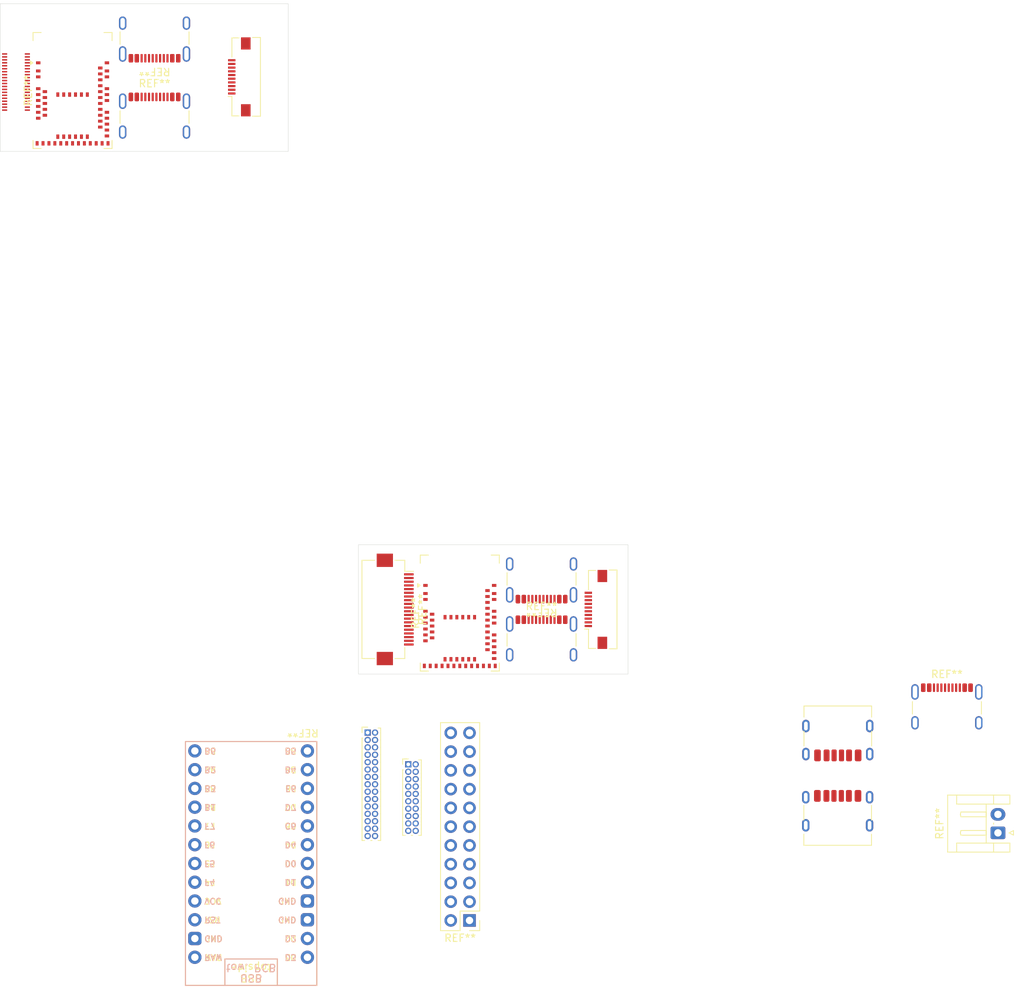
<source format=kicad_pcb>
(kicad_pcb (version 20241229) (generator "pcbnew") (generator_version "9.0")
  (title_block (title "phiboard board") (date "2026-01-17") (rev "1") (company "phiwan"))
  (layers (0 "F.Cu" signal) (2 "B.Cu" signal) (13 "F.Paste" user) (15 "B.Paste" user) (5 "F.SilkS" user "F.Silkscreen") (7 "B.SilkS" user "B.Silkscreen") (1 "F.Mask" user) (3 "B.Mask" user) (25 "Edge.Cuts" user))
  (net 0 "")
  (footprint "Connector_USB:USB_C_Receptacle_HRO_TYPE-C-31-M-17" (layer "F.Cu") (at 163.38 135.425)
    (property "Reference" "REF**" (hide yes))
    (property "Value" "USB_C_Receptacle_HRO_TYPE-C-31-M-17" (hide yes))
  )
  (footprint "Connector_USB:USB_C_Receptacle_GCT_USB4105-xx-A_16P_TopMnt_Horizontal" (layer "F.Cu") (at 178.17 121.275)
    (property "Reference" "REF**")
    (property "Value" "USB_C_Receptacle_GCT_USB4105-xx-A_16P_TopMnt_Horizontal" (hide yes))
  )
  (footprint "Connector_JST:JST_EH_S2B-EH_1x02_P2.50mm_Horizontal" (layer "F.Cu") (at 185.0825 137.25 90)
    (property "Reference" "REF**")
    (property "Value" "JST_EH_S2B-EH_1x02_P2.50mm_Horizontal")
  )
  (footprint "Connector_USB:USB_C_Receptacle_GCT_USB4105-xx-A_16P_TopMnt_Horizontal" (layer "F.Cu") (at 70.9 28.7 180)
    (property "Reference" "REF**")
    (property "Value" "USB_C_Receptacle_GCT_USB4105-xx-A_16P_TopMnt_Horizontal" (hide yes))
  )
  (footprint "Connector_FFC-FPC:Molex_54548-1071_1x10-1MP_P0.5mm_Horizontal" (layer "F.Cu") (at 130.65 107 90)
    (property "Reference" "REF**" (hide yes))
    (property "Value" "Molex_54548-1071_1x10-1MP_P0.5mm_Horizontal" (hide yes))
  )
  (footprint "RF_Module:Raytac_MDBT50Q" (layer "F.Cu") (at 112.225 107.5)
    (property "Reference" "REF**")
    (property "Value" "Raytac_MDBT50Q")
  )
  (footprint "Connector_USB:USB_C_Receptacle_GCT_USB4105-xx-A_16P_TopMnt_Horizontal" (layer "F.Cu") (at 123.295 112.075)
    (property "Reference" "REF**")
    (property "Value" "USB_C_Receptacle_GCT_USB4105-xx-A_16P_TopMnt_Horizontal" (hide yes))
  )
  (footprint "Connector_FFC-FPC:Molex_54548-1071_1x10-1MP_P0.5mm_Horizontal" (layer "F.Cu") (at 82.375 34.9 90)
    (property "Reference" "REF**" (hide yes))
    (property "Value" "Molex_54548-1071_1x10-1MP_P0.5mm_Horizontal" (hide yes))
  )
  (footprint "Connector_PinHeader_1.00mm:PinHeader_2x10_P1.00mm_Vertical" (layer "F.Cu") (at 105.25 127.975)
    (property "Reference" "REF**" (hide yes))
    (property "Value" "PinHeader_2x10_P1.00mm_Vertical" (hide yes))
  )
  (footprint "Connector_USB:USB_C_Receptacle_GCT_USB4105-xx-A_16P_TopMnt_Horizontal" (layer "F.Cu") (at 70.9 41.3)
    (property "Reference" "REF**")
    (property "Value" "USB_C_Receptacle_GCT_USB4105-xx-A_16P_TopMnt_Horizontal" (hide yes))
  )
  (footprint "Connector_PinHeader_1.00mm:PinHeader_2x15_P1.00mm_Vertical" (layer "F.Cu") (at 99.75 123.675)
    (property "Reference" "REF**" (hide yes))
    (property "Value" "PinHeader_2x15_P1.00mm_Vertical" (hide yes))
  )
  (footprint "PCM_marbastlib-xp-promicroish:ProMicro_Reversible_Single" (layer "F.Cu") (at 83.975 140.125 180)
    (property "Reference" "REF**")
    (property "Value" "ProMicro_Reversible_Single")
  )
  (footprint "Connector_FFC-FPC:Hirose_FH12-20S-0.5SH_1x20-1MP_P0.50mm_Horizontal" (layer "F.Cu") (at 103.475 107 -90)
    (property "Reference" "REF**")
    (property "Value" "Hirose_FH12-20S-0.5SH_1x20-1MP_P0.50mm_Horizontal" (hide yes))
  )
  (footprint "Connector_USB:USB_C_Receptacle_HRO_TYPE-C-31-M-17" (layer "F.Cu") (at 163.4 123.585 180)
    (property "Reference" "REF**" (hide yes))
    (property "Value" "USB_C_Receptacle_HRO_TYPE-C-31-M-17" (hide yes))
  )
  (footprint "Connector_USB:USB_C_Receptacle_GCT_USB4105-xx-A_16P_TopMnt_Horizontal" (layer "F.Cu") (at 123.295 101.925 180)
    (property "Reference" "REF**")
    (property "Value" "USB_C_Receptacle_GCT_USB4105-xx-A_16P_TopMnt_Horizontal" (hide yes))
  )
  (footprint "phiboard:DF40C-40DS-0.4V" (layer "F.Cu") (at 52.1 35.6 90)
    (property "Reference" "REF**" (hide yes))
    (property "Value" "DF40C-40DS-0.4V" (hide yes))
  )
  (footprint "RF_Module:Raytac_MDBT50Q" (layer "F.Cu") (at 59.8 36.75)
    (property "Reference" "REF**")
    (property "Value" "Raytac_MDBT50Q")
  )
  (footprint "Connector_PinHeader_2.54mm:PinHeader_2x11_P2.54mm_Vertical" (layer "F.Cu") (at 113.54 149.11 180)
    (property "Reference" "REF**")
    (property "Value" "PinHeader_2x11_P2.54mm_Vertical")
  )
  (gr_rect (start 98.5 98.25) (end 135 115.75) (stroke (width 0.05)) (fill no) (layer "Edge.Cuts"))
  (gr_rect (start 50 25) (end 89 45) (stroke (width 0.05)) (fill no) (layer "Edge.Cuts"))
)
</source>
